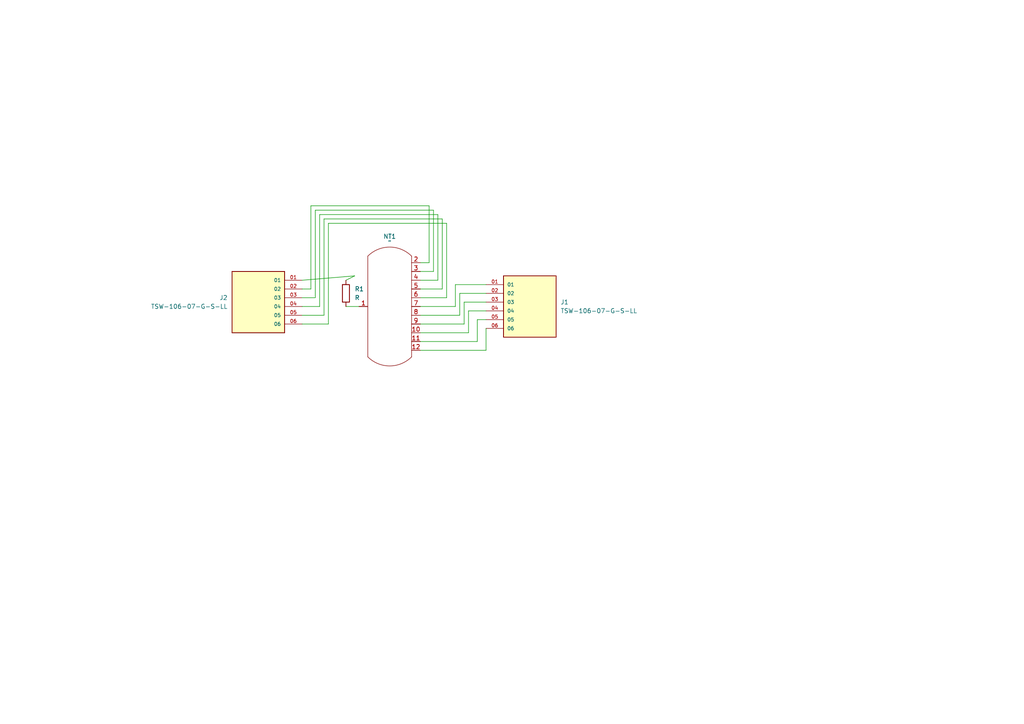
<source format=kicad_sch>
(kicad_sch (version 20231120) (generator "eeschema") (generator_version "8.0")
  (paper "A4")
  (lib_symbols
    (symbol "Custom:Nixie_IN12"
      (property "Reference" "NT1" (at 0 19.05 0))
      (property "Value" "~" (at 0 17.78 0))
      (symbol "Nixie_IN12_0_1"
        (arc (start -6.35 -15.875) (mid 0 -18.5053) (end 6.35 -15.875))
        (polyline (pts (xy -6.35 13.335) (xy -6.35 -15.875)))
        (polyline (pts (xy 6.35 13.335) (xy 6.35 -15.875)))
        (arc (start 6.35 13.335) (mid 0 15.9653) (end -6.35 13.335))
      )
      (symbol "Nixie_IN12_1_1"
        (pin power_in line (at -8.89 -1.27 0) (length 2.54) (name "") (number "1"))
        (pin power_out line (at 8.89 -8.89 180) (length 2.54) (name "") (number "10"))
        (pin power_out line (at 8.89 -11.43 180) (length 2.54) (name "") (number "11"))
        (pin power_out line (at 8.89 -13.97 180) (length 2.54) (name "") (number "12"))
        (pin power_out line (at 8.89 11.43 180) (length 2.54) (name "") (number "2"))
        (pin power_out line (at 8.89 8.89 180) (length 2.54) (name "") (number "3"))
        (pin power_out line (at 8.89 6.35 180) (length 2.54) (name "") (number "4"))
        (pin power_out line (at 8.89 3.81 180) (length 2.54) (name "") (number "5"))
        (pin power_out line (at 8.89 1.27 180) (length 2.54) (name "") (number "6"))
        (pin power_out line (at 8.89 -1.27 180) (length 2.54) (name "") (number "7"))
        (pin power_out line (at 8.89 -3.81 180) (length 2.54) (name "") (number "8"))
        (pin power_out line (at 8.89 -6.35 180) (length 2.54) (name "") (number "9"))
      )
    )
    (symbol "Device:R" (pin_numbers hide) (pin_names (offset 0))
      (property "Reference" "R" (at 2.032 0 90))
      (property "Value" "R" (at 0 0 90))
      (symbol "R_0_1"
        (rectangle (start -1.016 -2.54) (end 1.016 2.54) (stroke (width 0.254)))
      )
      (symbol "R_1_1"
        (pin passive line (at 0 3.81 270) (length 1.27) (name "~") (number "1"))
        (pin passive line (at 0 -3.81 90) (length 1.27) (name "~") (number "2"))
      )
    )
    (symbol "Header Pins:TSW-106-07-G-S-LL" (pin_names (offset 1.016))
      (property "Reference" "J" (at -8.12 10.16 0))
      (property "Value" "TSW-106-07-G-S-LL" (at -7.62 -10.16 0))
      (symbol "TSW-106-07-G-S-LL_0_0"
        (rectangle (start -7.62 -7.62) (end 7.62 10.16) (stroke (width 0.254)) (fill (type background)))
        (pin passive line (at -12.7 7.62 0) (length 5.08) (name "01") (number "01"))
        (pin passive line (at -12.7 5.08 0) (length 5.08) (name "02") (number "02"))
        (pin passive line (at -12.7 2.54 0) (length 5.08) (name "03") (number "03"))
        (pin passive line (at -12.7 0 0) (length 5.08) (name "04") (number "04"))
        (pin passive line (at -12.7 -2.54 0) (length 5.08) (name "05") (number "05"))
        (pin passive line (at -12.7 -5.08 0) (length 5.08) (name "06") (number "06"))
      )
    )
  )
  (wire (pts (xy 90.17 59.69) (xy 90.17 83.82)))
  (wire (pts (xy 134.62 87.63) (xy 134.62 93.98)))
  (wire (pts (xy 91.44 86.36) (xy 91.44 60.96)))
  (wire (pts (xy 100.33 81.28) (xy 102.87 80.01)))
  (wire (pts (xy 134.62 87.63) (xy 140.97 87.63)))
  (wire (pts (xy 87.63 91.44) (xy 93.98 91.44)))
  (wire (pts (xy 93.98 91.44) (xy 93.98 63.5)))
  (wire (pts (xy 128.27 83.82) (xy 121.92 83.82)))
  (wire (pts (xy 133.35 85.09) (xy 140.97 85.09)))
  (wire (pts (xy 124.46 59.69) (xy 124.46 76.2)))
  (wire (pts (xy 95.25 93.98) (xy 95.25 64.77)))
  (wire (pts (xy 92.71 62.23) (xy 127 62.23)))
  (wire (pts (xy 138.43 92.71) (xy 140.97 92.71)))
  (wire (pts (xy 127 62.23) (xy 127 81.28)))
  (wire (pts (xy 93.98 63.5) (xy 128.27 63.5)))
  (wire (pts (xy 128.27 63.5) (xy 128.27 83.82)))
  (wire (pts (xy 102.87 80.01) (xy 87.63 81.28)))
  (wire (pts (xy 90.17 59.69) (xy 124.46 59.69)))
  (wire (pts (xy 140.97 95.25) (xy 140.97 101.6)))
  (wire (pts (xy 90.17 83.82) (xy 87.63 83.82)))
  (wire (pts (xy 135.89 90.17) (xy 135.89 96.52)))
  (wire (pts (xy 133.35 85.09) (xy 133.35 91.44)))
  (wire (pts (xy 129.54 64.77) (xy 129.54 86.36)))
  (wire (pts (xy 121.92 96.52) (xy 135.89 96.52)))
  (wire (pts (xy 92.71 88.9) (xy 92.71 62.23)))
  (wire (pts (xy 132.08 82.55) (xy 132.08 88.9)))
  (wire (pts (xy 91.44 60.96) (xy 125.73 60.96)))
  (wire (pts (xy 87.63 93.98) (xy 95.25 93.98)))
  (wire (pts (xy 95.25 64.77) (xy 129.54 64.77)))
  (wire (pts (xy 100.33 88.9) (xy 104.14 88.9)))
  (wire (pts (xy 135.89 90.17) (xy 140.97 90.17)))
  (wire (pts (xy 125.73 60.96) (xy 125.73 78.74)))
  (wire (pts (xy 121.92 99.06) (xy 138.43 99.06)))
  (wire (pts (xy 87.63 86.36) (xy 91.44 86.36)))
  (wire (pts (xy 121.92 86.36) (xy 129.54 86.36)))
  (wire (pts (xy 121.92 93.98) (xy 134.62 93.98)))
  (wire (pts (xy 132.08 82.55) (xy 140.97 82.55)))
  (wire (pts (xy 121.92 91.44) (xy 133.35 91.44)))
  (wire (pts (xy 124.46 76.2) (xy 121.92 76.2)))
  (wire (pts (xy 127 81.28) (xy 121.92 81.28)))
  (wire (pts (xy 87.63 88.9) (xy 92.71 88.9)))
  (wire (pts (xy 138.43 92.71) (xy 138.43 99.06)))
  (wire (pts (xy 121.92 78.74) (xy 125.73 78.74)))
  (wire (pts (xy 121.92 88.9) (xy 132.08 88.9)))
  (wire (pts (xy 121.92 101.6) (xy 140.97 101.6)))
  (symbol (lib_id "Header Pins:TSW-106-07-G-S-LL") (at 153.67 90.17 0) (unit 1)
    (property "Reference" "J1" (at 162.56 87.6299 0) (effects (justify left)))
    (property "Value" "TSW-106-07-G-S-LL" (at 162.56 90.1699 0) (effects (justify left)))
    (property "Footprint" "Connector_PinHeader_2.54mm:PinHeader_1x06_P2.54mm_Vertical" (effects (hide yes)))
    (property "MF" "Samtec" (effects (hide yes)))
    (property "Description_1" "\nTSW - Samtec 2.54mm Pin Header 10.92mm Overall Pin Length (07) - Fast Stock\n" (effects (hide yes)))
    (property "Package" "None" (effects (hide yes)))
    (property "Price" "None" (effects (hide yes)))
    (property "Check_prices" "https://www.snapeda.com/parts/TSW-106-07-G-S-LL/Samtec/view-part/?ref=eda" (effects (hide yes)))
    (property "STANDARD" "Manufacturer Recommendations" (effects (hide yes)))
    (property "PARTREV" "R" (effects (hide yes)))
    (property "SnapEDA_Link" "https://www.snapeda.com/parts/TSW-106-07-G-S-LL/Samtec/view-part/?ref=snap" (effects (hide yes)))
    (property "MP" "TSW-106-07-G-S-LL" (effects (hide yes)))
    (property "Availability" "In Stock" (effects (hide yes)))
    (property "MANUFACTURER" "Samtec" (effects (hide yes)))
  )
  (symbol (lib_id "Device:R") (at 100.33 85.09 0) (unit 1)
    (property "Reference" "R1" (at 102.87 83.8199 0) (effects (justify left)))
    (property "Value" "R" (at 102.87 86.3599 0) (effects (justify left)))
    (property "Footprint" "Resistor_SMD:R_1206_3216Metric" (effects (hide yes)))
    (property "Description" "Resistor" (effects (hide yes)))
  )
  (symbol (lib_id "Custom:Nixie_IN12") (at 113.03 87.63 0) (unit 1)
    (property "Reference" "NT1" (at 113.03 68.58 0))
    (property "Value" "~" (at 113.03 69.85 0))
    (property "Footprint" "*Custom Items:IN-12" (effects (hide yes)))
  )
  (symbol (lib_id "Header Pins:TSW-106-07-G-S-LL") (at 74.93 88.9 0) (mirror y) (unit 1)
    (property "Reference" "J2" (at 66.04 86.3599 0) (effects (justify left)))
    (property "Value" "TSW-106-07-G-S-LL" (at 66.04 88.8999 0) (effects (justify left)))
    (property "Footprint" "Connector_PinHeader_2.54mm:PinHeader_1x06_P2.54mm_Vertical" (effects (hide yes)))
    (property "MF" "Samtec" (effects (hide yes)))
    (property "Description_1" "\nTSW - Samtec 2.54mm Pin Header 10.92mm Overall Pin Length (07) - Fast Stock\n" (effects (hide yes)))
    (property "Package" "None" (effects (hide yes)))
    (property "Price" "None" (effects (hide yes)))
    (property "Check_prices" "https://www.snapeda.com/parts/TSW-106-07-G-S-LL/Samtec/view-part/?ref=eda" (effects (hide yes)))
    (property "STANDARD" "Manufacturer Recommendations" (effects (hide yes)))
    (property "PARTREV" "R" (effects (hide yes)))
    (property "SnapEDA_Link" "https://www.snapeda.com/parts/TSW-106-07-G-S-LL/Samtec/view-part/?ref=snap" (effects (hide yes)))
    (property "MP" "TSW-106-07-G-S-LL" (effects (hide yes)))
    (property "Availability" "In Stock" (effects (hide yes)))
    (property "MANUFACTURER" "Samtec" (effects (hide yes)))
  )
)
</source>
